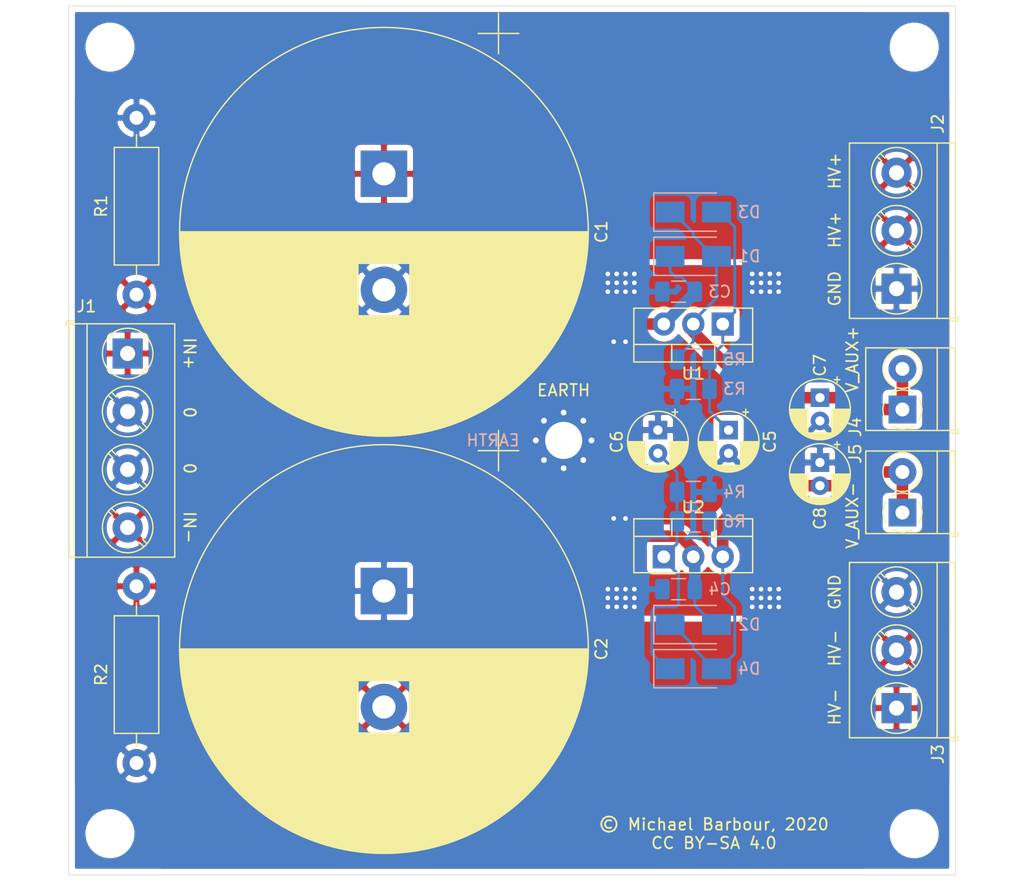
<source format=kicad_pcb>
(kicad_pcb (version 20171130) (host pcbnew 5.1.9)
  (layers (0 F.Cu signal) (31 B.Cu signal) (34 B.Paste user) (35 F.Paste user) (36 B.SilkS user) (37 F.SilkS user) (38 B.Mask user) (39 F.Mask user) (44 Edge.Cuts user))
  (net 0 "")
  (net 1 GND)
  (net 2 "Net-(C1-Pad1)")
  (net 3 "Net-(C2-Pad2)")
  (net 4 "Net-(C5-Pad1)")
  (net 5 "Net-(C6-Pad2)")
  (net 6 "Net-(C7-Pad1)")
  (net 7 "Net-(C8-Pad2)")
  (module MountingHole:MountingHole_3.2mm_M3_Pad_Via (layer F.Cu) (at 121.412 90.297)
    (fp_text reference H1 hide)
    (fp_text value MountingHole_Pad)
    (pad 1 thru_hole circle (at 1.697056 -1.697056) (size 0.8 0.8) (drill 0.5) (layers *.Cu *.Mask) (net 1 GND))
    (pad 1 thru_hole circle (at 0 -2.4) (size 0.8 0.8) (drill 0.5) (layers *.Cu *.Mask) (net 1 GND))
    (pad 1 thru_hole circle (at -1.697056 -1.697056) (size 0.8 0.8) (drill 0.5) (layers *.Cu *.Mask) (net 1 GND))
    (pad 1 thru_hole circle (at -2.4 0) (size 0.8 0.8) (drill 0.5) (layers *.Cu *.Mask) (net 1 GND))
    (pad 1 thru_hole circle (at -1.697056 1.697056) (size 0.8 0.8) (drill 0.5) (layers *.Cu *.Mask) (net 1 GND))
    (pad 1 thru_hole circle (at 0 2.4) (size 0.8 0.8) (drill 0.5) (layers *.Cu *.Mask) (net 1 GND))
    (pad 1 thru_hole circle (at 1.697056 1.697056) (size 0.8 0.8) (drill 0.5) (layers *.Cu *.Mask) (net 1 GND))
    (pad 1 thru_hole circle (at 2.4 0) (size 0.8 0.8) (drill 0.5) (layers *.Cu *.Mask) (net 1 GND))
    (pad 1 thru_hole circle (at 0 0) (size 6.4 6.4) (drill 3.2) (layers *.Cu *.Mask) (net 1 GND))
  )
  (module Capacitor_THT:CP_Radial_D5.0mm_P2.00mm (layer F.Cu) (at 143.51 92.202 270)
    (fp_text reference C8 (at 4.826 0 90) (layer F.SilkS))
    (fp_text value 22µ)
    (pad 2 thru_hole circle (at 2 0 270) (size 1.6 1.6) (drill 0.8) (layers *.Cu *.Mask) (net 7 "Net-(C8-Pad2)"))
    (pad 1 thru_hole rect (at 0 0 270) (size 1.6 1.6) (drill 0.8) (layers *.Cu *.Mask) (net 1 GND))
  )
  (module Capacitor_THT:CP_Radial_D5.0mm_P2.00mm (layer F.Cu) (at 143.51 86.614 270)
    (fp_text reference C7 (at -2.794 0 90) (layer F.SilkS))
    (fp_text value 22µ)
    (pad 2 thru_hole circle (at 2 0 270) (size 1.6 1.6) (drill 0.8) (layers *.Cu *.Mask) (net 1 GND))
    (pad 1 thru_hole rect (at 0 0 270) (size 1.6 1.6) (drill 0.8) (layers *.Cu *.Mask) (net 6 "Net-(C7-Pad1)"))
  )
  (module Capacitor_THT:CP_Radial_D5.0mm_P2.00mm (layer F.Cu) (at 129.54 89.408 270)
    (fp_text reference C6 (at 1.016 3.556 90) (layer F.SilkS))
    (fp_text value 22µ)
    (pad 2 thru_hole circle (at 2 0 270) (size 1.6 1.6) (drill 0.8) (layers *.Cu *.Mask) (net 5 "Net-(C6-Pad2)"))
    (pad 1 thru_hole rect (at 0 0 270) (size 1.6 1.6) (drill 0.8) (layers *.Cu *.Mask) (net 1 GND))
  )
  (module Capacitor_THT:CP_Radial_D5.0mm_P2.00mm (layer F.Cu) (at 135.636 89.408 270)
    (fp_text reference C5 (at 1 -3.556 90) (layer F.SilkS))
    (fp_text value 22µ)
    (pad 2 thru_hole circle (at 2 0 270) (size 1.6 1.6) (drill 0.8) (layers *.Cu *.Mask) (net 1 GND))
    (pad 1 thru_hole rect (at 0 0 270) (size 1.6 1.6) (drill 0.8) (layers *.Cu *.Mask) (net 4 "Net-(C5-Pad1)"))
  )
  (module Capacitor_SMD:C_1206_3216Metric (layer B.Cu) (at 131.318 103.124)
    (fp_text reference C4 (at 3.556 0) (layer B.SilkS) (effects (justify mirror)))
    (fp_text value 1µ)
    (pad 1 smd roundrect (at -1.4 0) (size 1.25 1.75) (layers B.Cu B.Paste B.Mask) (roundrect_rratio 0.2) (net 1 GND))
    (pad 2 smd roundrect (at 1.4 0) (size 1.25 1.75) (layers B.Cu B.Paste B.Mask) (roundrect_rratio 0.2) (net 3 "Net-(C2-Pad2)"))
  )
  (module Capacitor_SMD:C_1206_3216Metric (layer B.Cu) (at 131.318 77.47 180)
    (fp_text reference C3 (at -3.556 0 180) (layer B.SilkS) (effects (justify mirror)))
    (fp_text value 1µ)
    (pad 2 smd roundrect (at 1.4 0 180) (size 1.25 1.75) (layers B.Cu B.Paste B.Mask) (roundrect_rratio 0.2) (net 1 GND))
    (pad 1 smd roundrect (at -1.4 0 180) (size 1.25 1.75) (layers B.Cu B.Paste B.Mask) (roundrect_rratio 0.2) (net 2 "Net-(C1-Pad1)"))
  )
  (module MountingHole:MountingHole_3.2mm_M3 (layer F.Cu) (at 82.296 124.206)
    (fp_text reference REF** hide)
    (fp_text value MountingHole_3.2mm_M3)
    (pad 1 np_thru_hole circle (at 0 0) (size 3.2 3.2) (drill 3.2) (layers *.Cu *.Mask))
  )
  (module MountingHole:MountingHole_3.2mm_M3 (layer F.Cu) (at 151.638 124.206)
    (fp_text reference REF** hide)
    (fp_text value MountingHole_3.2mm_M3)
    (pad 1 np_thru_hole circle (at 0 0) (size 3.2 3.2) (drill 3.2) (layers *.Cu *.Mask))
  )
  (module MountingHole:MountingHole_3.2mm_M3 (layer F.Cu) (at 151.638 56.388)
    (fp_text reference REF** hide)
    (fp_text value MountingHole_3.2mm_M3)
    (pad 1 np_thru_hole circle (at 0 0) (size 3.2 3.2) (drill 3.2) (layers *.Cu *.Mask))
  )
  (module MountingHole:MountingHole_3.2mm_M3 (layer F.Cu) (at 82.296 56.388)
    (fp_text reference REF** hide)
    (fp_text value MountingHole_3.2mm_M3)
    (pad 1 np_thru_hole circle (at 0 0) (size 3.2 3.2) (drill 3.2) (layers *.Cu *.Mask))
  )
  (module Resistor_THT:R_Axial_DIN0411_L9.9mm_D3.6mm_P15.24mm_Horizontal (layer F.Cu) (at 84.582 118.11 90)
    (fp_text reference R2 (at 7.62 -3.048 90) (layer F.SilkS))
    (fp_text value 5.6k)
    (pad 2 thru_hole oval (at 15.24 0 90) (size 2.4 2.4) (drill 1.2) (layers *.Cu *.Mask) (net 3 "Net-(C2-Pad2)"))
    (pad 1 thru_hole circle (at 0 0 90) (size 2.4 2.4) (drill 1.2) (layers *.Cu *.Mask) (net 1 GND))
  )
  (module Resistor_THT:R_Axial_DIN0411_L9.9mm_D3.6mm_P15.24mm_Horizontal (layer F.Cu) (at 84.582 77.724 90)
    (fp_text reference R1 (at 7.62 -3.048 90) (layer F.SilkS))
    (fp_text value 5.6k)
    (pad 2 thru_hole oval (at 15.24 0 90) (size 2.4 2.4) (drill 1.2) (layers *.Cu *.Mask) (net 1 GND))
    (pad 1 thru_hole circle (at 0 0 90) (size 2.4 2.4) (drill 1.2) (layers *.Cu *.Mask) (net 2 "Net-(C1-Pad1)"))
  )
  (module Package_TO_SOT_THT:TO-220-3_Vertical (layer F.Cu) (at 130.048 100.33)
    (fp_text reference U2 (at 2.54 -4.27) (layer F.SilkS))
    (fp_text value LM337_TO220)
    (pad 3 thru_hole oval (at 5.08 0) (size 1.905 2) (drill 1.1) (layers *.Cu *.Mask) (net 7 "Net-(C8-Pad2)"))
    (pad 2 thru_hole oval (at 2.54 0) (size 1.905 2) (drill 1.1) (layers *.Cu *.Mask) (net 3 "Net-(C2-Pad2)"))
    (pad 1 thru_hole rect (at 0 0) (size 1.905 2) (drill 1.1) (layers *.Cu *.Mask) (net 5 "Net-(C6-Pad2)"))
  )
  (module Package_TO_SOT_THT:TO-220-3_Vertical (layer F.Cu) (at 135.128 80.264 180)
    (fp_text reference U1 (at 2.54 -4.27) (layer F.SilkS))
    (fp_text value LM317_TO-220)
    (pad 3 thru_hole oval (at 5.08 0 180) (size 1.905 2) (drill 1.1) (layers *.Cu *.Mask) (net 2 "Net-(C1-Pad1)"))
    (pad 2 thru_hole oval (at 2.54 0 180) (size 1.905 2) (drill 1.1) (layers *.Cu *.Mask) (net 6 "Net-(C7-Pad1)"))
    (pad 1 thru_hole rect (at 0 0 180) (size 1.905 2) (drill 1.1) (layers *.Cu *.Mask) (net 4 "Net-(C5-Pad1)"))
  )
  (module Resistor_SMD:R_1206_3216Metric (layer B.Cu) (at 132.588 97.282)
    (fp_text reference R6 (at 3.556 0) (layer B.SilkS) (effects (justify mirror)))
    (fp_text value 220R)
    (pad 2 smd roundrect (at 1.4 0) (size 1.25 1.75) (layers B.Cu B.Paste B.Mask) (roundrect_rratio 0.2) (net 7 "Net-(C8-Pad2)"))
    (pad 1 smd roundrect (at -1.4 0) (size 1.25 1.75) (layers B.Cu B.Paste B.Mask) (roundrect_rratio 0.2) (net 5 "Net-(C6-Pad2)"))
  )
  (module Resistor_SMD:R_1206_3216Metric (layer B.Cu) (at 132.588 83.312)
    (fp_text reference R5 (at 3.556 0) (layer B.SilkS) (effects (justify mirror)))
    (fp_text value 220R)
    (pad 2 smd roundrect (at 1.4 0) (size 1.25 1.75) (layers B.Cu B.Paste B.Mask) (roundrect_rratio 0.2) (net 4 "Net-(C5-Pad1)"))
    (pad 1 smd roundrect (at -1.4 0) (size 1.25 1.75) (layers B.Cu B.Paste B.Mask) (roundrect_rratio 0.2) (net 6 "Net-(C7-Pad1)"))
  )
  (module Resistor_SMD:R_1206_3216Metric (layer B.Cu) (at 132.588 94.742 180)
    (fp_text reference R4 (at -3.556 0) (layer B.SilkS) (effects (justify mirror)))
    (fp_text value 2.4k)
    (pad 2 smd roundrect (at 1.4 0 180) (size 1.25 1.75) (layers B.Cu B.Paste B.Mask) (roundrect_rratio 0.2) (net 5 "Net-(C6-Pad2)"))
    (pad 1 smd roundrect (at -1.4 0 180) (size 1.25 1.75) (layers B.Cu B.Paste B.Mask) (roundrect_rratio 0.2) (net 1 GND))
  )
  (module Resistor_SMD:R_1206_3216Metric (layer B.Cu) (at 132.588 85.852 180)
    (fp_text reference R3 (at -3.556 0) (layer B.SilkS) (effects (justify mirror)))
    (fp_text value 2.4k)
    (pad 2 smd roundrect (at 1.4 0 180) (size 1.25 1.75) (layers B.Cu B.Paste B.Mask) (roundrect_rratio 0.2) (net 1 GND))
    (pad 1 smd roundrect (at -1.4 0 180) (size 1.25 1.75) (layers B.Cu B.Paste B.Mask) (roundrect_rratio 0.2) (net 4 "Net-(C5-Pad1)"))
  )
  (module TerminalBlock_Phoenix:TerminalBlock_Phoenix_PT-1,5-2-3.5-H_1x02_P3.50mm_Horizontal (layer F.Cu) (at 150.622 96.52 90)
    (fp_text reference J5 (at 5.08 -4.064 270) (layer F.SilkS))
    (fp_text value -15V)
    (pad 2 thru_hole circle (at 3.5 0 90) (size 2.4 2.4) (drill 1.2) (layers *.Cu *.Mask) (net 7 "Net-(C8-Pad2)"))
    (pad 1 thru_hole rect (at 0 0 90) (size 2.4 2.4) (drill 1.2) (layers *.Cu *.Mask) (net 7 "Net-(C8-Pad2)"))
  )
  (module TerminalBlock_Phoenix:TerminalBlock_Phoenix_PT-1,5-2-3.5-H_1x02_P3.50mm_Horizontal (layer F.Cu) (at 150.622 87.63 90)
    (fp_text reference J4 (at -1.524 -4.064 270) (layer F.SilkS))
    (fp_text value +15V)
    (pad 2 thru_hole circle (at 3.5 0 90) (size 2.4 2.4) (drill 1.2) (layers *.Cu *.Mask) (net 6 "Net-(C7-Pad1)"))
    (pad 1 thru_hole rect (at 0 0 90) (size 2.4 2.4) (drill 1.2) (layers *.Cu *.Mask) (net 6 "Net-(C7-Pad1)"))
  )
  (module TerminalBlock_Phoenix:TerminalBlock_Phoenix_PT-1,5-3-5.0-H_1x03_P5.00mm_Horizontal (layer F.Cu) (at 150.114 113.378 90)
    (fp_text reference J3 (at -3.97 3.556 90) (layer F.SilkS))
    (fp_text value -35V/GND)
    (pad 3 thru_hole circle (at 10 0 90) (size 2.6 2.6) (drill 1.3) (layers *.Cu *.Mask) (net 1 GND))
    (pad 2 thru_hole circle (at 5 0 90) (size 2.6 2.6) (drill 1.3) (layers *.Cu *.Mask) (net 3 "Net-(C2-Pad2)"))
    (pad 1 thru_hole rect (at 0 0 90) (size 2.6 2.6) (drill 1.3) (layers *.Cu *.Mask) (net 3 "Net-(C2-Pad2)"))
  )
  (module TerminalBlock_Phoenix:TerminalBlock_Phoenix_PT-1,5-3-5.0-H_1x03_P5.00mm_Horizontal (layer F.Cu) (at 150.114 77.216 90)
    (fp_text reference J2 (at 14.224 3.556 90) (layer F.SilkS))
    (fp_text value +35V/GND)
    (pad 3 thru_hole circle (at 10 0 90) (size 2.6 2.6) (drill 1.3) (layers *.Cu *.Mask) (net 2 "Net-(C1-Pad1)"))
    (pad 2 thru_hole circle (at 5 0 90) (size 2.6 2.6) (drill 1.3) (layers *.Cu *.Mask) (net 2 "Net-(C1-Pad1)"))
    (pad 1 thru_hole rect (at 0 0 90) (size 2.6 2.6) (drill 1.3) (layers *.Cu *.Mask) (net 1 GND))
  )
  (module TerminalBlock_Phoenix:TerminalBlock_Phoenix_PT-1,5-4-5.0-H_1x04_P5.00mm_Horizontal (layer F.Cu) (at 83.82 82.804 270)
    (fp_text reference J1 (at -4.064 3.556 180) (layer F.SilkS))
    (fp_text value V_IN)
    (pad 4 thru_hole circle (at 15 0 270) (size 2.6 2.6) (drill 1.3) (layers *.Cu *.Mask) (net 3 "Net-(C2-Pad2)"))
    (pad 3 thru_hole circle (at 10 0 270) (size 2.6 2.6) (drill 1.3) (layers *.Cu *.Mask) (net 1 GND))
    (pad 2 thru_hole circle (at 5 0 270) (size 2.6 2.6) (drill 1.3) (layers *.Cu *.Mask) (net 1 GND))
    (pad 1 thru_hole rect (at 0 0 270) (size 2.6 2.6) (drill 1.3) (layers *.Cu *.Mask) (net 2 "Net-(C1-Pad1)"))
  )
  (module Diode_SMD:D_SMA (layer B.Cu) (at 132.588 109.982)
    (fp_text reference D4 (at 4.826 0) (layer B.SilkS) (effects (justify mirror)))
    (fp_text value S1G)
    (pad 1 smd rect (at -2 0) (size 2.5 1.8) (layers B.Cu B.Paste B.Mask) (net 5 "Net-(C6-Pad2)"))
    (pad 2 smd rect (at 2 0) (size 2.5 1.8) (layers B.Cu B.Paste B.Mask) (net 7 "Net-(C8-Pad2)"))
  )
  (module Diode_SMD:D_SMA (layer B.Cu) (at 132.588 70.612)
    (fp_text reference D3 (at 4.826 0) (layer B.SilkS) (effects (justify mirror)))
    (fp_text value S1G)
    (pad 2 smd rect (at 2 0) (size 2.5 1.8) (layers B.Cu B.Paste B.Mask) (net 4 "Net-(C5-Pad1)"))
    (pad 1 smd rect (at -2 0) (size 2.5 1.8) (layers B.Cu B.Paste B.Mask) (net 6 "Net-(C7-Pad1)"))
  )
  (module Diode_SMD:D_SMA (layer B.Cu) (at 132.588 106.172)
    (fp_text reference D2 (at 4.826 0) (layer B.SilkS) (effects (justify mirror)))
    (fp_text value S1G)
    (pad 2 smd rect (at 2 0) (size 2.5 1.8) (layers B.Cu B.Paste B.Mask) (net 3 "Net-(C2-Pad2)"))
    (pad 1 smd rect (at -2 0) (size 2.5 1.8) (layers B.Cu B.Paste B.Mask) (net 7 "Net-(C8-Pad2)"))
  )
  (module Diode_SMD:D_SMA (layer B.Cu) (at 132.588 74.422)
    (fp_text reference D1 (at 4.826 0) (layer B.SilkS) (effects (justify mirror)))
    (fp_text value S1G)
    (pad 2 smd rect (at 2 0) (size 2.5 1.8) (layers B.Cu B.Paste B.Mask) (net 6 "Net-(C7-Pad1)"))
    (pad 1 smd rect (at -2 0) (size 2.5 1.8) (layers B.Cu B.Paste B.Mask) (net 2 "Net-(C1-Pad1)"))
  )
  (module Capacitor_THT:CP_Radial_D35.0mm_P10.00mm_SnapIn (layer F.Cu) (at 105.918 103.284 270)
    (fp_text reference C2 (at 5 -18.75 90) (layer F.SilkS))
    (fp_text value 22000µ)
    (pad 2 thru_hole circle (at 10 0 270) (size 4 4) (drill 2) (layers *.Cu *.Mask) (net 3 "Net-(C2-Pad2)"))
    (pad 1 thru_hole rect (at 0 0 270) (size 4 4) (drill 2) (layers *.Cu *.Mask) (net 1 GND))
  )
  (module Capacitor_THT:CP_Radial_D35.0mm_P10.00mm_SnapIn (layer F.Cu) (at 105.918 67.31 270)
    (fp_text reference C1 (at 5 -18.75 90) (layer F.SilkS))
    (fp_text value 22000µ)
    (pad 2 thru_hole circle (at 10 0 270) (size 4 4) (drill 2) (layers *.Cu *.Mask) (net 1 GND))
    (pad 1 thru_hole rect (at 0 0 270) (size 4 4) (drill 2) (layers *.Cu *.Mask) (net 2 "Net-(C1-Pad1)"))
  )
  (gr_text "© Michael Barbour, 2020\nCC BY-SA 4.0" (at 134.366 124.206) (layer F.SilkS) (effects (font (size 1 1))))
  (gr_text EARTH (at 115.316 90.297) (layer B.SilkS) (effects (font (size 1 1)) (justify mirror)))
  (gr_text EARTH (at 121.412 85.979) (layer F.SilkS) (effects (font (size 1 1))))
  (gr_text V_AUX- (at 146.304 96.774 90) (layer F.SilkS) (effects (font (size 1 1))))
  (gr_text V_AUX+ (at 146.304 83.312 90) (layer F.SilkS) (effects (font (size 1 1))))
  (gr_text GND (at 144.78 103.378 90) (layer F.SilkS) (effects (font (size 1 1))))
  (gr_text HV- (at 144.78 113.284 90) (layer F.SilkS) (effects (font (size 1 1))))
  (gr_text HV- (at 144.78 108.204 90) (layer F.SilkS) (effects (font (size 1 1))))
  (gr_text GND (at 144.78 77.216 90) (layer F.SilkS) (effects (font (size 1 1))))
  (gr_text HV+ (at 144.78 72.136 90) (layer F.SilkS) (effects (font (size 1 1))))
  (gr_text HV+ (at 144.78 67.056 90) (layer F.SilkS) (effects (font (size 1 1))))
  (gr_text 0 (at 89.154 92.71 270) (layer F.SilkS) (effects (font (size 1 1))))
  (gr_text 0 (at 89.154 87.884 270) (layer F.SilkS) (effects (font (size 1 1))))
  (gr_text IN- (at 89.154 97.79 270) (layer F.SilkS) (effects (font (size 1 1))))
  (gr_text IN+ (at 89.154 82.804 270) (layer F.SilkS) (effects (font (size 1 1))))
  (gr_line (start 78.74 127.762) (end 78.74 52.832) (layer Edge.Cuts) (width 0.05))
  (gr_line (start 155.194 127.762) (end 78.74 127.762) (layer Edge.Cuts) (width 0.05))
  (gr_line (start 155.194 52.832) (end 155.194 127.762) (layer Edge.Cuts) (width 0.05))
  (gr_line (start 78.74 52.832) (end 155.194 52.832) (layer Edge.Cuts) (width 0.05))
  (via (at 139.954 75.946) (size 0.8) (drill 0.4) (layers F.Cu B.Cu) (net 1))
  (via (at 139.954 76.708) (size 0.8) (drill 0.4) (layers F.Cu B.Cu) (net 1))
  (via (at 139.954 77.47) (size 0.8) (drill 0.4) (layers F.Cu B.Cu) (net 1))
  (via (at 139.192 75.946) (size 0.8) (drill 0.4) (layers F.Cu B.Cu) (net 1))
  (via (at 139.192 76.708) (size 0.8) (drill 0.4) (layers F.Cu B.Cu) (net 1))
  (via (at 139.192 77.47) (size 0.8) (drill 0.4) (layers F.Cu B.Cu) (net 1))
  (via (at 138.43 75.946) (size 0.8) (drill 0.4) (layers F.Cu B.Cu) (net 1))
  (via (at 138.43 76.708) (size 0.8) (drill 0.4) (layers F.Cu B.Cu) (net 1))
  (via (at 138.43 77.47) (size 0.8) (drill 0.4) (layers F.Cu B.Cu) (net 1))
  (via (at 125.984 76.708) (size 0.8) (drill 0.4) (layers F.Cu B.Cu) (net 1))
  (via (at 126.746 77.47) (size 0.8) (drill 0.4) (layers F.Cu B.Cu) (net 1))
  (via (at 125.984 77.47) (size 0.8) (drill 0.4) (layers F.Cu B.Cu) (net 1))
  (via (at 125.984 75.946) (size 0.8) (drill 0.4) (layers F.Cu B.Cu) (net 1))
  (via (at 125.222 77.47) (size 0.8) (drill 0.4) (layers F.Cu B.Cu) (net 1))
  (via (at 125.222 75.946) (size 0.8) (drill 0.4) (layers F.Cu B.Cu) (net 1))
  (via (at 126.746 76.708) (size 0.8) (drill 0.4) (layers F.Cu B.Cu) (net 1))
  (via (at 125.222 76.708) (size 0.8) (drill 0.4) (layers F.Cu B.Cu) (net 1))
  (via (at 126.746 75.946) (size 0.8) (drill 0.4) (layers F.Cu B.Cu) (net 1))
  (via (at 125.984 104.648) (size 0.8) (drill 0.4) (layers F.Cu B.Cu) (net 1))
  (via (at 125.222 104.648) (size 0.8) (drill 0.4) (layers F.Cu B.Cu) (net 1))
  (via (at 126.746 103.886) (size 0.8) (drill 0.4) (layers F.Cu B.Cu) (net 1))
  (via (at 126.746 104.648) (size 0.8) (drill 0.4) (layers F.Cu B.Cu) (net 1))
  (via (at 125.984 103.886) (size 0.8) (drill 0.4) (layers F.Cu B.Cu) (net 1))
  (via (at 125.222 103.886) (size 0.8) (drill 0.4) (layers F.Cu B.Cu) (net 1))
  (via (at 126.746 103.124) (size 0.8) (drill 0.4) (layers F.Cu B.Cu) (net 1))
  (via (at 125.984 103.124) (size 0.8) (drill 0.4) (layers F.Cu B.Cu) (net 1))
  (via (at 125.222 103.124) (size 0.8) (drill 0.4) (layers F.Cu B.Cu) (net 1))
  (via (at 139.954 104.648) (size 0.8) (drill 0.4) (layers F.Cu B.Cu) (net 1))
  (via (at 138.43 103.124) (size 0.8) (drill 0.4) (layers F.Cu B.Cu) (net 1))
  (via (at 139.192 103.886) (size 0.8) (drill 0.4) (layers F.Cu B.Cu) (net 1))
  (via (at 139.954 103.886) (size 0.8) (drill 0.4) (layers F.Cu B.Cu) (net 1))
  (via (at 139.192 104.648) (size 0.8) (drill 0.4) (layers F.Cu B.Cu) (net 1))
  (via (at 139.954 103.124) (size 0.8) (drill 0.4) (layers F.Cu B.Cu) (net 1))
  (via (at 139.192 103.124) (size 0.8) (drill 0.4) (layers F.Cu B.Cu) (net 1))
  (via (at 138.43 104.648) (size 0.8) (drill 0.4) (layers F.Cu B.Cu) (net 1))
  (via (at 138.43 103.886) (size 0.8) (drill 0.4) (layers F.Cu B.Cu) (net 1))
  (via (at 127.508 76.708) (size 0.8) (drill 0.4) (layers F.Cu B.Cu) (net 1))
  (via (at 127.508 77.47) (size 0.8) (drill 0.4) (layers F.Cu B.Cu) (net 1))
  (via (at 127.508 75.946) (size 0.8) (drill 0.4) (layers F.Cu B.Cu) (net 1))
  (via (at 137.668 75.946) (size 0.8) (drill 0.4) (layers F.Cu B.Cu) (net 1))
  (via (at 137.668 76.708) (size 0.8) (drill 0.4) (layers F.Cu B.Cu) (net 1))
  (via (at 137.668 77.47) (size 0.8) (drill 0.4) (layers F.Cu B.Cu) (net 1))
  (via (at 127.508 104.648) (size 0.8) (drill 0.4) (layers F.Cu B.Cu) (net 1))
  (via (at 127.508 103.886) (size 0.8) (drill 0.4) (layers F.Cu B.Cu) (net 1))
  (via (at 127.508 103.124) (size 0.8) (drill 0.4) (layers F.Cu B.Cu) (net 1))
  (via (at 137.668 104.648) (size 0.8) (drill 0.4) (layers F.Cu B.Cu) (net 1))
  (via (at 137.668 103.886) (size 0.8) (drill 0.4) (layers F.Cu B.Cu) (net 1))
  (via (at 137.668 103.124) (size 0.8) (drill 0.4) (layers F.Cu B.Cu) (net 1))
  (via (at 125.73 81.788) (size 0.8) (drill 0.4) (layers F.Cu B.Cu) (net 1))
  (via (at 126.746 81.788) (size 0.8) (drill 0.4) (layers F.Cu B.Cu) (net 1))
  (via (at 125.73 97.028) (size 0.8) (drill 0.4) (layers F.Cu B.Cu) (net 1))
  (via (at 126.746 97.028) (size 0.8) (drill 0.4) (layers F.Cu B.Cu) (net 1))
  (segment (start 130.048 80.264) (end 122.428 80.264) (width 1) (layer F.Cu) (net 2))
  (segment (start 132.718 77.594) (end 130.048 80.264) (width 1) (layer B.Cu) (net 2))
  (segment (start 132.718 77.47) (end 132.718 77.594) (width 1) (layer B.Cu) (net 2))
  (segment (start 132.718 77.47) (end 132.718 77.346) (width 0.25) (layer B.Cu) (net 2))
  (segment (start 132.718 77.346) (end 131.572 76.2) (width 0.25) (layer B.Cu) (net 2))
  (segment (start 131.572 76.2) (end 131.064 76.2) (width 0.25) (layer B.Cu) (net 2))
  (segment (start 130.588 75.724) (end 130.588 74.422) (width 0.25) (layer B.Cu) (net 2))
  (segment (start 131.064 76.2) (end 130.588 75.724) (width 0.25) (layer B.Cu) (net 2))
  (segment (start 132.588 99.657498) (end 131.482502 98.552) (width 1) (layer F.Cu) (net 3))
  (segment (start 132.588 100.33) (end 132.588 99.657498) (width 1) (layer F.Cu) (net 3))
  (segment (start 131.482502 98.552) (end 122.428 98.552) (width 1) (layer F.Cu) (net 3))
  (segment (start 132.718 100.46) (end 132.588 100.33) (width 1) (layer B.Cu) (net 3))
  (segment (start 132.718 103.124) (end 132.718 100.46) (width 1) (layer B.Cu) (net 3))
  (segment (start 132.718 103.124) (end 132.718 104.524) (width 0.25) (layer B.Cu) (net 3))
  (segment (start 134.366 106.172) (end 134.588 106.172) (width 0.25) (layer B.Cu) (net 3))
  (segment (start 132.718 104.524) (end 134.366 106.172) (width 0.25) (layer B.Cu) (net 3))
  (segment (start 134.588 70.612) (end 134.874 70.612) (width 0.25) (layer B.Cu) (net 4))
  (segment (start 136.163001 79.228999) (end 135.128 80.264) (width 0.25) (layer B.Cu) (net 4))
  (segment (start 136.163001 71.901001) (end 136.163001 79.228999) (width 0.25) (layer B.Cu) (net 4))
  (segment (start 134.874 70.612) (end 136.163001 71.901001) (width 0.25) (layer B.Cu) (net 4))
  (segment (start 133.988 83.312) (end 133.988 83.182) (width 0.25) (layer B.Cu) (net 4))
  (segment (start 135.128 82.042) (end 135.128 80.264) (width 0.25) (layer B.Cu) (net 4))
  (segment (start 133.988 83.182) (end 135.128 82.042) (width 0.25) (layer B.Cu) (net 4))
  (segment (start 133.988 83.312) (end 133.988 85.852) (width 0.25) (layer B.Cu) (net 4))
  (segment (start 133.988 87.76) (end 135.636 89.408) (width 0.25) (layer B.Cu) (net 4))
  (segment (start 133.988 85.852) (end 133.988 87.76) (width 0.25) (layer B.Cu) (net 4))
  (segment (start 131.188 94.742) (end 131.188 97.282) (width 0.25) (layer B.Cu) (net 5))
  (segment (start 131.188 99.19) (end 130.048 100.33) (width 0.25) (layer B.Cu) (net 5))
  (segment (start 131.188 97.282) (end 131.188 99.19) (width 0.25) (layer B.Cu) (net 5))
  (segment (start 130.048 100.33) (end 130.048 100.584) (width 0.25) (layer B.Cu) (net 5))
  (segment (start 130.048 100.584) (end 131.318 101.854) (width 0.25) (layer B.Cu) (net 5))
  (segment (start 131.318 101.854) (end 131.318 104.394) (width 0.25) (layer B.Cu) (net 5))
  (segment (start 131.318 104.394) (end 131.064 104.648) (width 0.25) (layer B.Cu) (net 5))
  (segment (start 129.012999 105.011999) (end 129.012999 108.692999) (width 0.25) (layer B.Cu) (net 5))
  (segment (start 129.376998 104.648) (end 129.012999 105.011999) (width 0.25) (layer B.Cu) (net 5))
  (segment (start 131.064 104.648) (end 129.376998 104.648) (width 0.25) (layer B.Cu) (net 5))
  (segment (start 130.302 109.982) (end 130.588 109.982) (width 0.25) (layer B.Cu) (net 5))
  (segment (start 129.012999 108.692999) (end 130.302 109.982) (width 0.25) (layer B.Cu) (net 5))
  (segment (start 131.188 93.056) (end 129.54 91.408) (width 0.25) (layer B.Cu) (net 5))
  (segment (start 131.188 94.742) (end 131.188 93.056) (width 0.25) (layer B.Cu) (net 5))
  (segment (start 132.588 80.264) (end 132.588 80.01) (width 0.25) (layer B.Cu) (net 6))
  (segment (start 134.588 78.01) (end 134.588 74.422) (width 0.25) (layer B.Cu) (net 6))
  (segment (start 132.588 80.01) (end 134.588 78.01) (width 0.25) (layer B.Cu) (net 6))
  (segment (start 131.188 83.312) (end 131.188 83.188) (width 0.25) (layer B.Cu) (net 6))
  (segment (start 132.588 81.788) (end 132.588 80.264) (width 0.25) (layer B.Cu) (net 6))
  (segment (start 131.188 83.188) (end 132.588 81.788) (width 0.25) (layer B.Cu) (net 6))
  (segment (start 130.588 70.612) (end 130.81 70.612) (width 0.25) (layer B.Cu) (net 6))
  (segment (start 130.81 70.612) (end 132.588 72.39) (width 0.25) (layer B.Cu) (net 6))
  (segment (start 132.588 72.39) (end 132.588 72.644) (width 0.25) (layer B.Cu) (net 6))
  (segment (start 134.366 74.422) (end 134.588 74.422) (width 0.25) (layer B.Cu) (net 6))
  (segment (start 132.588 72.644) (end 134.366 74.422) (width 0.25) (layer B.Cu) (net 6))
  (segment (start 150.622 87.63) (end 150.622 84.13) (width 1) (layer F.Cu) (net 6))
  (segment (start 138.265498 86.614) (end 143.51 86.614) (width 1) (layer F.Cu) (net 6))
  (segment (start 132.588 80.936502) (end 138.265498 86.614) (width 1) (layer F.Cu) (net 6))
  (segment (start 132.588 80.264) (end 132.588 80.936502) (width 1) (layer F.Cu) (net 6))
  (segment (start 143.51 86.614) (end 146.05 86.614) (width 1) (layer F.Cu) (net 6))
  (segment (start 147.066 87.63) (end 150.622 87.63) (width 1) (layer F.Cu) (net 6))
  (segment (start 146.05 86.614) (end 147.066 87.63) (width 1) (layer F.Cu) (net 6))
  (segment (start 133.988 99.19) (end 135.128 100.33) (width 0.25) (layer B.Cu) (net 7))
  (segment (start 133.988 97.282) (end 133.988 99.19) (width 0.25) (layer B.Cu) (net 7))
  (segment (start 130.588 106.172) (end 130.81 106.172) (width 0.25) (layer B.Cu) (net 7))
  (segment (start 130.81 106.172) (end 132.588 107.95) (width 0.25) (layer B.Cu) (net 7))
  (segment (start 132.588 107.95) (end 132.588 108.204) (width 0.25) (layer B.Cu) (net 7))
  (segment (start 134.366 109.982) (end 134.588 109.982) (width 0.25) (layer B.Cu) (net 7))
  (segment (start 132.588 108.204) (end 134.366 109.982) (width 0.25) (layer B.Cu) (net 7))
  (segment (start 150.622 93.02) (end 150.622 96.52) (width 1) (layer F.Cu) (net 7))
  (segment (start 135.128 100.33) (end 135.128 103.632) (width 0.25) (layer B.Cu) (net 7))
  (segment (start 136.163001 104.667001) (end 136.163001 108.692999) (width 0.25) (layer B.Cu) (net 7))
  (segment (start 135.128 103.632) (end 136.163001 104.667001) (width 0.25) (layer B.Cu) (net 7))
  (segment (start 134.874 109.982) (end 134.588 109.982) (width 0.25) (layer B.Cu) (net 7))
  (segment (start 136.163001 108.692999) (end 134.874 109.982) (width 0.25) (layer B.Cu) (net 7))
  (segment (start 135.128 100.33) (end 135.128 97.282) (width 1) (layer F.Cu) (net 7))
  (segment (start 138.208 94.202) (end 143.51 94.202) (width 1) (layer F.Cu) (net 7))
  (segment (start 135.128 97.282) (end 138.208 94.202) (width 1) (layer F.Cu) (net 7))
  (segment (start 143.51 94.202) (end 146.082 94.202) (width 1) (layer F.Cu) (net 7))
  (segment (start 147.264 93.02) (end 150.622 93.02) (width 1) (layer F.Cu) (net 7))
  (segment (start 146.082 94.202) (end 147.264 93.02) (width 1) (layer F.Cu) (net 7))
  (zone (net 1) (net_name GND) (layer B.Cu) (connect_pads (clearance 0.508)) (min_thickness 0.254) (fill yes (arc_segments 32) (thermal_gap 0.508) (thermal_bridge_width 0.508))
    (polygon (pts (xy 155.702 128.27) (xy 78.232 128.27) (xy 78.232 52.324) (xy 155.702 52.324)))
  )
  (zone (net 2) (net_name "Net-(C1-Pad1)") (layer F.Cu) (connect_pads (clearance 0.508)) (min_thickness 0.254) (fill yes (arc_segments 32) (thermal_gap 0.508) (thermal_bridge_width 0.508) (smoothing fillet) (radius 0.5))
    (polygon (pts (xy 147.574 60.452) (xy 154.686 60.452) (xy 154.686 74.676) (xy 123.698 74.676) (xy 123.698 89.662) (xy 79.248 89.662) (xy 79.248 60.452) (xy 86.36 60.452) (xy 86.36 53.34) (xy 147.574 53.34)))
  )
  (zone (net 3) (net_name "Net-(C2-Pad2)") (layer F.Cu) (connect_pads (clearance 0.508)) (min_thickness 0.254) (fill yes (arc_segments 32) (thermal_gap 0.508) (thermal_bridge_width 0.508) (smoothing fillet) (radius 0.5))
    (polygon (pts (xy 123.698 105.918) (xy 154.686 105.918) (xy 154.686 120.142) (xy 147.574 120.142) (xy 147.574 127.254) (xy 86.36 127.254) (xy 86.36 120.142) (xy 79.248 120.142) (xy 79.248 90.932) (xy 123.698 90.932)))
  )
  (zone (net 1) (net_name GND) (layer F.Cu) (connect_pads (clearance 0.508)) (min_thickness 0.254) (fill yes (arc_segments 32) (thermal_gap 0.508) (thermal_bridge_width 0.508) (smoothing fillet) (radius 0.5))
    (polygon (pts (xy 154.686 105.41) (xy 124.206 105.41) (xy 124.206 75.184) (xy 154.686 75.184)))
  )
  (zone (net 1) (net_name GND) (layer B.Cu) (connect_pads yes (clearance 0.508)) (min_thickness 0.254) (fill yes (arc_segments 32) (thermal_gap 0.508) (thermal_bridge_width 0.508))
    (polygon (pts (xy 125.73 94.488) (xy 117.094 94.488) (xy 117.094 86.106) (xy 125.73 86.106)))
  )
)
</source>
